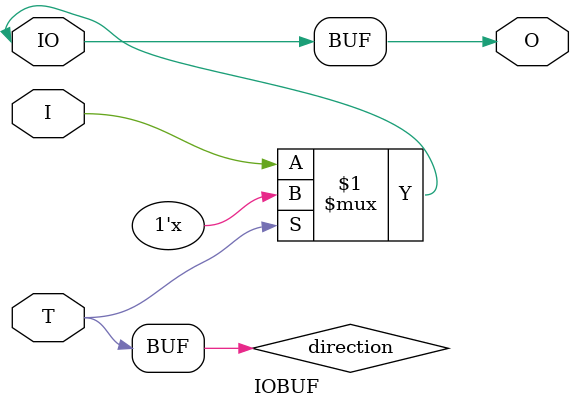
<source format=v>
module IOBUF #(
  parameter integer DRIVE = 12,
  parameter         IBUF_LOW_PWR = "TRUE",
  parameter         IOSTANDARD = "DEFAULT",
  parameter         SLEW = "SLOW"
) (
  output wire         O,
  inout  wire         IO,
  input  wire         I,
  input  wire         T
);

wire direction;

or      u0 (direction, T);
bufif0  u1 (IO, I, direction);
buf     u2 (O, IO);

endmodule

</source>
